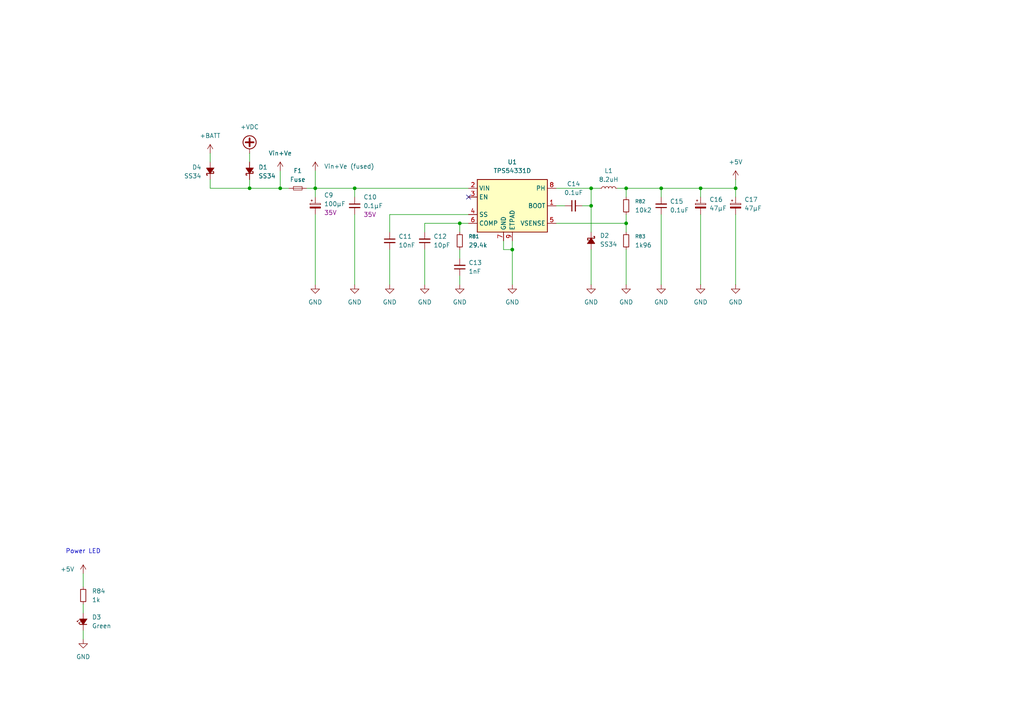
<source format=kicad_sch>
(kicad_sch (version 20250114) (generator "eeschema") (generator_version "9.0")
  (paper "A4")
  (lib_symbols
    (symbol "Device:C_Polarized_Small" (pin_numbers (hide yes)) (pin_names (offset 0.254) (hide yes))
      (property "Reference" "C" (at 0.254 1.778 0))
      (property "Value" "C_Polarized_Small" (at 0.254 -2.032 0))
      (symbol "C_Polarized_Small_0_1"
        (rectangle (start -1.524 0.6858) (end 1.524 0.3048))
        (rectangle (start -1.524 -0.3048) (end 1.524 -0.6858) (fill (type outline)))
        (polyline (pts (xy -1.27 1.524) (xy -0.762 1.524)))
        (polyline (pts (xy -1.016 1.27) (xy -1.016 1.778)))
      )
      (symbol "C_Polarized_Small_1_1"
        (pin passive line (at 0 2.54 270) (length 1.8542) (name "~") (number "1"))
        (pin passive line (at 0 -2.54 90) (length 1.8542) (name "~") (number "2"))
      )
    )
    (symbol "Device:C_Small" (pin_numbers (hide yes)) (pin_names (offset 0.254) (hide yes))
      (property "Reference" "C" (at 0.254 1.778 0))
      (property "Value" "C_Small" (at 0.254 -2.032 0))
      (symbol "C_Small_0_1"
        (polyline (pts (xy -1.524 0.508) (xy 1.524 0.508)) (stroke (width 0.3048)))
        (polyline (pts (xy -1.524 -0.508) (xy 1.524 -0.508)) (stroke (width 0.3302)))
      )
      (symbol "C_Small_1_1"
        (pin passive line (at 0 2.54 270) (length 2.032) (name "~") (number "1"))
        (pin passive line (at 0 -2.54 90) (length 2.032) (name "~") (number "2"))
      )
    )
    (symbol "Device:D_Schottky_Small_Filled" (pin_numbers (hide yes)) (pin_names (offset 0.254) (hide yes))
      (property "Reference" "D" (at -1.27 2.032 0))
      (property "Value" "D_Schottky_Small_Filled" (at -7.112 -2.032 0))
      (symbol "D_Schottky_Small_Filled_0_1"
        (polyline (pts (xy -1.27 0.762) (xy -1.27 1.016) (xy -0.762 1.016) (xy -0.762 -1.016) (xy -0.254 -1.016) (xy -0.254 -0.762)) (stroke (width 0.254)))
        (polyline (pts (xy -0.762 0) (xy 0.762 0)))
        (polyline (pts (xy 0.762 -1.016) (xy -0.762 0) (xy 0.762 1.016) (xy 0.762 -1.016)) (stroke (width 0.254)) (fill (type outline)))
      )
      (symbol "D_Schottky_Small_Filled_1_1"
        (pin passive line (at -2.54 0 0) (length 1.778) (name "K") (number "1"))
        (pin passive line (at 2.54 0 180) (length 1.778) (name "A") (number "2"))
      )
    )
    (symbol "Device:Fuse_Small" (pin_numbers (hide yes)) (pin_names (offset 0.254) (hide yes))
      (property "Reference" "F" (at 0 -1.524 0))
      (property "Value" "Fuse_Small" (at 0 1.524 0))
      (symbol "Fuse_Small_0_1"
        (rectangle (start -1.27 0.508) (end 1.27 -0.508))
        (polyline (pts (xy -1.27 0) (xy 1.27 0)))
      )
      (symbol "Fuse_Small_1_1"
        (pin passive line (at -2.54 0 0) (length 1.27) (name "~") (number "1"))
        (pin passive line (at 2.54 0 180) (length 1.27) (name "~") (number "2"))
      )
    )
    (symbol "Device:LED_Small_Filled" (pin_numbers (hide yes)) (pin_names (offset 0.254) (hide yes))
      (property "Reference" "D" (at -1.27 3.175 0))
      (property "Value" "LED_Small_Filled" (at -4.445 -2.54 0))
      (symbol "LED_Small_Filled_0_1"
        (polyline (pts (xy -0.762 -1.016) (xy -0.762 1.016)) (stroke (width 0.254)))
        (polyline (pts (xy 0 0.762) (xy -0.508 1.27) (xy -0.254 1.27) (xy -0.508 1.27) (xy -0.508 1.016)))
        (polyline (pts (xy 0.508 1.27) (xy 0 1.778) (xy 0.254 1.778) (xy 0 1.778) (xy 0 1.524)))
        (polyline (pts (xy 0.762 -1.016) (xy -0.762 0) (xy 0.762 1.016) (xy 0.762 -1.016)) (stroke (width 0.254)) (fill (type outline)))
        (polyline (pts (xy 1.016 0) (xy -0.762 0)))
      )
      (symbol "LED_Small_Filled_1_1"
        (pin passive line (at -2.54 0 0) (length 1.778) (name "K") (number "1"))
        (pin passive line (at 2.54 0 180) (length 1.778) (name "A") (number "2"))
      )
    )
    (symbol "Device:L_Small" (pin_numbers (hide yes)) (pin_names (offset 0.254) (hide yes))
      (property "Reference" "L" (at 0.762 1.016 0))
      (property "Value" "L_Small" (at 0.762 -1.016 0))
      (symbol "L_Small_0_1"
        (arc (start 0 2.032) (mid 0.5058 1.524) (end 0 1.016))
        (arc (start 0 1.016) (mid 0.5058 0.508) (end 0 0))
        (arc (start 0 0) (mid 0.5058 -0.508) (end 0 -1.016))
        (arc (start 0 -1.016) (mid 0.5058 -1.524) (end 0 -2.032))
      )
      (symbol "L_Small_1_1"
        (pin passive line (at 0 2.54 270) (length 0.508) (name "~") (number "1"))
        (pin passive line (at 0 -2.54 90) (length 0.508) (name "~") (number "2"))
      )
    )
    (symbol "Device:R_Small" (pin_numbers (hide yes)) (pin_names (offset 0.254) (hide yes))
      (property "Reference" "R" (at 0.762 0.508 0))
      (property "Value" "R_Small" (at 0.762 -1.016 0))
      (symbol "R_Small_0_1"
        (rectangle (start -0.762 1.778) (end 0.762 -1.778) (stroke (width 0.2032)))
      )
      (symbol "R_Small_1_1"
        (pin passive line (at 0 2.54 270) (length 0.762) (name "~") (number "1"))
        (pin passive line (at 0 -2.54 90) (length 0.762) (name "~") (number "2"))
      )
    )
    (symbol "R_Small_1" (pin_numbers (hide yes)) (pin_names (offset 0.254) (hide yes))
      (property "Reference" "R" (at 0 0 90))
      (property "Value" "R_Small" (at 1.778 0 90))
      (symbol "R_Small_1_0_1"
        (rectangle (start -0.762 1.778) (end 0.762 -1.778) (stroke (width 0.2032)))
      )
      (symbol "R_Small_1_1_1"
        (pin passive line (at 0 2.54 270) (length 0.762) (name "~") (number "1"))
        (pin passive line (at 0 -2.54 90) (length 0.762) (name "~") (number "2"))
      )
    )
    (symbol "Regulator_Switching:TPS54336ADDA"
      (property "Reference" "U1" (at 0 12.7 0))
      (property "Value" "TPS54331D" (at 0 10.16 0))
      (symbol "TPS54336ADDA_1_1"
        (rectangle (start -10.16 7.62) (end 10.16 -7.62) (stroke (width 0.254)) (fill (type background)))
        (pin power_in line (at -12.7 5.08 0) (length 2.54) (name "VIN") (number "2"))
        (pin input line (at -12.7 2.54 0) (length 2.54) (name "EN") (number "3"))
        (pin output line (at -12.7 -2.54 0) (length 2.54) (name "SS") (number "4"))
        (pin output line (at -12.7 -5.08 0) (length 2.54) (name "COMP") (number "6"))
        (pin power_in line (at -2.54 -10.16 90) (length 2.54) (name "GND") (number "7"))
        (pin power_in line (at 0 -10.16 90) (length 2.54) (name "ETPAD") (number "9"))
        (pin output line (at 12.7 5.08 180) (length 2.54) (name "PH") (number "8"))
        (pin output line (at 12.7 0 180) (length 2.54) (name "BOOT") (number "1"))
        (pin input line (at 12.7 -5.08 180) (length 2.54) (name "VSENSE") (number "5"))
      )
    )
    (symbol "power:+1V0" (power) (pin_numbers (hide yes)) (pin_names (offset 0) (hide yes))
      (property "Value" "+1V0" (at 0 3.556 0))
      (symbol "+1V0_0_1"
        (polyline (pts (xy -0.762 1.27) (xy 0 2.54)))
        (polyline (pts (xy 0 2.54) (xy 0.762 1.27)))
        (polyline (pts (xy 0 0) (xy 0 2.54)))
      )
      (symbol "+1V0_1_1"
        (pin power_in line (at 0 0 90) (length 0) (name "~") (number "1"))
      )
    )
    (symbol "power:+5V" (power) (pin_numbers (hide yes)) (pin_names (offset 0) (hide yes))
      (property "Value" "+5V" (at 0 3.556 0))
      (symbol "+5V_0_1"
        (polyline (pts (xy -0.762 1.27) (xy 0 2.54)))
        (polyline (pts (xy 0 2.54) (xy 0.762 1.27)))
        (polyline (pts (xy 0 0) (xy 0 2.54)))
      )
      (symbol "+5V_1_1"
        (pin power_in line (at 0 0 90) (length 0) (name "~") (number "1"))
      )
    )
    (symbol "power:+BATT" (power) (pin_numbers (hide yes)) (pin_names (offset 0) (hide yes))
      (property "Value" "+BATT" (at 0 3.556 0))
      (symbol "+BATT_0_1"
        (polyline (pts (xy -0.762 1.27) (xy 0 2.54)))
        (polyline (pts (xy 0 2.54) (xy 0.762 1.27)))
        (polyline (pts (xy 0 0) (xy 0 2.54)))
      )
      (symbol "+BATT_1_1"
        (pin power_in line (at 0 0 90) (length 0) (name "~") (number "1"))
      )
    )
    (symbol "power:+VDC" (power) (pin_numbers (hide yes)) (pin_names (offset 0) (hide yes))
      (property "Value" "+VDC" (at 0 6.35 0))
      (symbol "+VDC_0_1"
        (polyline (pts (xy -1.143 3.175) (xy 1.143 3.175)) (stroke (width 0.508)))
        (circle (center 0 3.175) (radius 1.905) (stroke (width 0.254)))
        (polyline (pts (xy 0 2.032) (xy 0 4.318)) (stroke (width 0.508)))
        (polyline (pts (xy 0 0) (xy 0 1.27)))
      )
      (symbol "+VDC_1_1"
        (pin power_in line (at 0 0 90) (length 0) (name "~") (number "1"))
      )
    )
    (symbol "power:GND" (power) (pin_numbers (hide yes)) (pin_names (offset 0) (hide yes))
      (property "Value" "GND" (at 0 -3.81 0))
      (symbol "GND_0_1"
        (polyline (pts (xy 0 0) (xy 0 -1.27) (xy 1.27 -1.27) (xy 0 -2.54) (xy -1.27 -1.27) (xy 0 -1.27)))
      )
      (symbol "GND_1_1"
        (pin power_in line (at 0 0 270) (length 0) (name "~") (number "1"))
      )
    )
  )
  (text "Power LED" (at 24.13 160.02 0) (effects (font (size 1.27 1.27))))
  (junction (at 133.35 64.77))
  (junction (at 181.61 54.61))
  (junction (at 181.61 64.77))
  (junction (at 171.45 54.61))
  (junction (at 81.28 54.61))
  (junction (at 203.2 54.61))
  (junction (at 171.45 59.69))
  (junction (at 91.44 54.61))
  (junction (at 213.36 54.61))
  (junction (at 102.87 54.61))
  (junction (at 191.77 54.61))
  (junction (at 148.59 72.39))
  (junction (at 72.39 54.61))
  (no_connect (at 135.89 57.15))
  (wire (pts (xy 213.36 52.07) (xy 213.36 54.61)))
  (wire (pts (xy 135.89 62.23) (xy 113.03 62.23)))
  (wire (pts (xy 91.44 54.61) (xy 91.44 57.15)))
  (wire (pts (xy 133.35 64.77) (xy 133.35 67.31)))
  (wire (pts (xy 148.59 82.55) (xy 148.59 72.39)))
  (wire (pts (xy 102.87 62.23) (xy 102.87 82.55)))
  (wire (pts (xy 24.13 175.26) (xy 24.13 177.8)))
  (wire (pts (xy 91.44 54.61) (xy 102.87 54.61)))
  (wire (pts (xy 181.61 57.15) (xy 181.61 54.61)))
  (wire (pts (xy 203.2 54.61) (xy 213.36 54.61)))
  (wire (pts (xy 81.28 54.61) (xy 83.82 54.61)))
  (wire (pts (xy 113.03 62.23) (xy 113.03 67.31)))
  (wire (pts (xy 181.61 72.39) (xy 181.61 82.55)))
  (wire (pts (xy 171.45 59.69) (xy 168.91 59.69)))
  (wire (pts (xy 171.45 59.69) (xy 171.45 67.31)))
  (wire (pts (xy 191.77 62.23) (xy 191.77 82.55)))
  (wire (pts (xy 123.19 64.77) (xy 133.35 64.77)))
  (wire (pts (xy 60.96 44.45) (xy 60.96 46.99)))
  (wire (pts (xy 135.89 64.77) (xy 133.35 64.77)))
  (wire (pts (xy 72.39 44.45) (xy 72.39 46.99)))
  (wire (pts (xy 191.77 54.61) (xy 181.61 54.61)))
  (wire (pts (xy 203.2 54.61) (xy 203.2 57.15)))
  (wire (pts (xy 179.07 54.61) (xy 181.61 54.61)))
  (wire (pts (xy 91.44 62.23) (xy 91.44 82.55)))
  (wire (pts (xy 146.05 69.85) (xy 146.05 72.39)))
  (wire (pts (xy 191.77 54.61) (xy 203.2 54.61)))
  (wire (pts (xy 181.61 64.77) (xy 181.61 62.23)))
  (wire (pts (xy 91.44 49.53) (xy 91.44 54.61)))
  (wire (pts (xy 60.96 52.07) (xy 60.96 54.61)))
  (wire (pts (xy 171.45 54.61) (xy 171.45 59.69)))
  (wire (pts (xy 72.39 54.61) (xy 81.28 54.61)))
  (wire (pts (xy 24.13 182.88) (xy 24.13 185.42)))
  (wire (pts (xy 81.28 49.53) (xy 81.28 54.61)))
  (wire (pts (xy 181.61 64.77) (xy 181.61 67.31)))
  (wire (pts (xy 133.35 80.01) (xy 133.35 82.55)))
  (wire (pts (xy 161.29 54.61) (xy 171.45 54.61)))
  (wire (pts (xy 171.45 54.61) (xy 173.99 54.61)))
  (wire (pts (xy 24.13 166.37) (xy 24.13 170.18)))
  (wire (pts (xy 148.59 69.85) (xy 148.59 72.39)))
  (wire (pts (xy 171.45 72.39) (xy 171.45 82.55)))
  (wire (pts (xy 102.87 57.15) (xy 102.87 54.61)))
  (wire (pts (xy 113.03 72.39) (xy 113.03 82.55)))
  (wire (pts (xy 203.2 62.23) (xy 203.2 82.55)))
  (wire (pts (xy 213.36 62.23) (xy 213.36 82.55)))
  (wire (pts (xy 146.05 72.39) (xy 148.59 72.39)))
  (wire (pts (xy 72.39 52.07) (xy 72.39 54.61)))
  (wire (pts (xy 123.19 72.39) (xy 123.19 82.55)))
  (wire (pts (xy 133.35 72.39) (xy 133.35 74.93)))
  (wire (pts (xy 123.19 67.31) (xy 123.19 64.77)))
  (wire (pts (xy 213.36 57.15) (xy 213.36 54.61)))
  (wire (pts (xy 161.29 64.77) (xy 181.61 64.77)))
  (wire (pts (xy 191.77 57.15) (xy 191.77 54.61)))
  (wire (pts (xy 163.83 59.69) (xy 161.29 59.69)))
  (wire (pts (xy 102.87 54.61) (xy 135.89 54.61)))
  (wire (pts (xy 88.9 54.61) (xy 91.44 54.61)))
  (wire (pts (xy 60.96 54.61) (xy 72.39 54.61)))
  (symbol (lib_id "Device:C_Polarized_Small") (at 91.44 59.69 0) (unit 1)
    (property "Reference" "C9" (at 93.98 56.6038 0) (effects (justify left)))
    (property "Value" "100μF" (at 93.98 59.1438 0) (effects (justify left)))
    (property "Footprint" "Capacitor_SMD:CP_Elec_5x5.9" (effects (hide yes)))
    (property "Description" "Polarized capacitor, small symbol" (effects (hide yes)))
    (property "Voltage" "35V" (at 93.98 61.6838 0) (effects (justify left)))
    (property "Farnell" "2690258" (effects (hide yes)))
  )
  (symbol (lib_id "Device:C_Small") (at 102.87 59.69 0) (unit 1)
    (property "Reference" "C10" (at 105.41 57.1562 0) (effects (justify left)))
    (property "Value" "0.1μF" (at 105.41 59.6962 0) (effects (justify left)))
    (property "Footprint" "Capacitor_SMD:C_0805_2012Metric_Pad1.18x1.45mm_HandSolder" (effects (hide yes)))
    (property "Description" "Unpolarized capacitor, small symbol" (effects (hide yes)))
    (property "Voltage" "35V" (at 105.41 62.2362 0) (effects (justify left)))
    (property "Farnell" "2773206" (effects (hide yes)))
  )
  (symbol (lib_id "Device:D_Schottky_Small_Filled") (at 60.96 49.53 90) (unit 1)
    (property "Reference" "D4" (at 58.42 48.5139 90) (effects (justify left)))
    (property "Value" "SS34" (at 58.42 51.0539 90) (effects (justify left)))
    (property "Footprint" "Diode_SMD:D_SMA_Handsoldering" (effects (hide yes)))
    (property "Datasheet" "http://www.farnell.com/datasheets/2861409.pdf" (effects (hide yes)))
    (property "Description" "Schottky diode, small symbol, filled shape" (effects (hide yes)))
    (property "farnell" "2675144" (effects (hide yes)))
  )
  (symbol (lib_name "R_Small_1") (lib_id "Device:R_Small") (at 181.61 59.69 0) (unit 1)
    (property "Reference" "R82" (at 184.15 58.4199 0) (effects (font (size 1.016 1.016)) (justify left)))
    (property "Value" "10k2" (at 184.15 60.9599 0) (effects (justify left)))
    (property "Footprint" "Resistor_SMD:R_0805_2012Metric_Pad1.20x1.40mm_HandSolder" (effects (hide yes)))
    (property "Description" "Resistor, small symbol" (effects (hide yes)))
  )
  (symbol (lib_id "power:+5V") (at 24.13 166.37 0) (unit 1)
    (property "Reference" "#PWR0141" (effects (hide yes)))
    (property "Value" "+5V" (at 21.59 165.0999 0) (effects (justify right)))
    (property "Description" "Power symbol creates a global label with name \"+5V\"" (effects (hide yes)))
  )
  (symbol (lib_id "power:+1V0") (at 81.28 49.53 0) (unit 1)
    (property "Reference" "#PWR0124" (effects (hide yes)))
    (property "Value" "Vin+Ve" (at 81.28 44.45 0))
    (property "Description" "Power symbol creates a global label with name \"+1V0\"" (effects (hide yes)))
  )
  (symbol (lib_id "power:GND") (at 213.36 82.55 0) (unit 1)
    (property "Reference" "#PWR0140" (effects (hide yes)))
    (property "Value" "GND" (at 213.36 87.63 0))
    (property "Description" "Power symbol creates a global label with name \"GND\" , ground" (effects (hide yes)))
  )
  (symbol (lib_name "R_Small_1") (lib_id "Device:R_Small") (at 181.61 69.85 0) (unit 1)
    (property "Reference" "R83" (at 184.15 68.5799 0) (effects (font (size 1.016 1.016)) (justify left)))
    (property "Value" "1k96" (at 184.15 71.1199 0) (effects (justify left)))
    (property "Footprint" "Resistor_SMD:R_0805_2012Metric_Pad1.20x1.40mm_HandSolder" (effects (hide yes)))
    (property "Description" "Resistor, small symbol" (effects (hide yes)))
  )
  (symbol (lib_id "power:GND") (at 24.13 185.42 0) (unit 1)
    (property "Reference" "#PWR0142" (effects (hide yes)))
    (property "Value" "GND" (at 24.13 190.5 0))
    (property "Description" "Power symbol creates a global label with name \"GND\" , ground" (effects (hide yes)))
  )
  (symbol (lib_id "power:GND") (at 171.45 82.55 0) (unit 1)
    (property "Reference" "#PWR0135" (effects (hide yes)))
    (property "Value" "GND" (at 171.45 87.63 0))
    (property "Description" "Power symbol creates a global label with name \"GND\" , ground" (effects (hide yes)))
  )
  (symbol (lib_id "Device:C_Small") (at 166.37 59.69 90) (unit 1)
    (property "Reference" "C14" (at 166.3763 53.34 90))
    (property "Value" "0.1uF" (at 166.3763 55.88 90))
    (property "Footprint" "Capacitor_SMD:C_0805_2012Metric_Pad1.18x1.45mm_HandSolder" (effects (hide yes)))
    (property "Description" "Unpolarized capacitor, small symbol" (effects (hide yes)))
  )
  (symbol (lib_id "Device:C_Small") (at 113.03 69.85 0) (unit 1)
    (property "Reference" "C11" (at 115.57 68.5862 0) (effects (justify left)))
    (property "Value" "10nF" (at 115.57 71.1262 0) (effects (justify left)))
    (property "Footprint" "Capacitor_SMD:C_0805_2012Metric_Pad1.18x1.45mm_HandSolder" (effects (hide yes)))
    (property "Description" "Unpolarized capacitor, small symbol" (effects (hide yes)))
  )
  (symbol (lib_id "Device:C_Small") (at 191.77 59.69 180) (unit 1)
    (property "Reference" "C15" (at 194.31 58.4135 0) (effects (justify right)))
    (property "Value" "0.1uF" (at 194.31 60.9535 0) (effects (justify right)))
    (property "Footprint" "Capacitor_SMD:C_0805_2012Metric_Pad1.18x1.45mm_HandSolder" (effects (hide yes)))
    (property "Description" "Unpolarized capacitor, small symbol" (effects (hide yes)))
  )
  (symbol (lib_id "power:GND") (at 91.44 82.55 0) (unit 1)
    (property "Reference" "#PWR0130" (effects (hide yes)))
    (property "Value" "GND" (at 91.44 87.63 0))
    (property "Description" "Power symbol creates a global label with name \"GND\" , ground" (effects (hide yes)))
  )
  (symbol (lib_id "power:GND") (at 123.19 82.55 0) (unit 1)
    (property "Reference" "#PWR0133" (effects (hide yes)))
    (property "Value" "GND" (at 123.19 87.63 0))
    (property "Description" "Power symbol creates a global label with name \"GND\" , ground" (effects (hide yes)))
  )
  (symbol (lib_id "power:GND") (at 181.61 82.55 0) (unit 1)
    (property "Reference" "#PWR0136" (effects (hide yes)))
    (property "Value" "GND" (at 181.61 87.63 0))
    (property "Description" "Power symbol creates a global label with name \"GND\" , ground" (effects (hide yes)))
  )
  (symbol (lib_id "power:+VDC") (at 72.39 44.45 0) (unit 1)
    (property "Reference" "#PWR0123" (effects (hide yes)))
    (property "Value" "+VDC" (at 72.39 36.83 0))
    (property "Description" "Power symbol creates a global label with name \"+VDC\"" (effects (hide yes)))
  )
  (symbol (lib_id "power:GND") (at 148.59 82.55 0) (unit 1)
    (property "Reference" "#PWR0143" (effects (hide yes)))
    (property "Value" "GND" (at 148.59 87.63 0))
    (property "Description" "Power symbol creates a global label with name \"GND\" , ground" (effects (hide yes)))
  )
  (symbol (lib_id "Device:Fuse_Small") (at 86.36 54.61 180) (unit 1)
    (property "Reference" "F1" (at 86.36 49.53 0))
    (property "Value" "Fuse" (at 86.36 52.07 0))
    (property "Footprint" "Fuse:Fuse_2010_5025Metric_Pad1.52x2.65mm_HandSolder" (effects (hide yes)))
    (property "Description" "Fuse, small symbol" (effects (hide yes)))
  )
  (symbol (lib_id "power:GND") (at 203.2 82.55 0) (unit 1)
    (property "Reference" "#PWR0138" (effects (hide yes)))
    (property "Value" "GND" (at 203.2 87.63 0))
    (property "Description" "Power symbol creates a global label with name \"GND\" , ground" (effects (hide yes)))
  )
  (symbol (lib_id "Device:D_Schottky_Small_Filled") (at 171.45 69.85 270) (unit 1)
    (property "Reference" "D2" (at 173.99 68.3259 90) (effects (justify left)))
    (property "Value" "SS34" (at 173.99 70.8659 90) (effects (justify left)))
    (property "Footprint" "Diode_SMD:D_SMA_Handsoldering" (effects (hide yes)))
    (property "Description" "Schottky diode, small symbol, filled shape" (effects (hide yes)))
    (property "farnell" "2675144" (effects (hide yes)))
  )
  (symbol (lib_id "Device:C_Polarized_Small") (at 203.2 59.69 0) (unit 1)
    (property "Reference" "C16" (at 205.74 57.8738 0) (effects (justify left)))
    (property "Value" "47μF" (at 205.74 60.4138 0) (effects (justify left)))
    (property "Footprint" "Capacitor_SMD:CP_Elec_5x5.9" (effects (hide yes)))
    (property "Description" "Polarized capacitor, small symbol" (effects (hide yes)))
  )
  (symbol (lib_id "Device:L_Small") (at 176.53 54.61 90) (unit 1)
    (property "Reference" "L1" (at 176.53 49.53 90))
    (property "Value" "8.2uH" (at 176.53 52.07 90))
    (property "Description" "Inductor, small symbol" (effects (hide yes)))
    (property "Farnell" "2709611" (effects (hide yes)))
  )
  (symbol (lib_id "Device:C_Small") (at 123.19 69.85 180) (unit 1)
    (property "Reference" "C12" (at 125.73 68.5735 0) (effects (justify right)))
    (property "Value" "10pF" (at 125.73 71.1135 0) (effects (justify right)))
    (property "Footprint" "Capacitor_SMD:C_0805_2012Metric_Pad1.18x1.45mm_HandSolder" (effects (hide yes)))
    (property "Description" "Unpolarized capacitor, small symbol" (effects (hide yes)))
  )
  (symbol (lib_id "power:GND") (at 113.03 82.55 0) (unit 1)
    (property "Reference" "#PWR0132" (effects (hide yes)))
    (property "Value" "GND" (at 113.03 87.63 0))
    (property "Description" "Power symbol creates a global label with name \"GND\" , ground" (effects (hide yes)))
  )
  (symbol (lib_id "power:GND") (at 133.35 82.55 0) (unit 1)
    (property "Reference" "#PWR0134" (effects (hide yes)))
    (property "Value" "GND" (at 133.35 87.63 0))
    (property "Description" "Power symbol creates a global label with name \"GND\" , ground" (effects (hide yes)))
  )
  (symbol (lib_id "Device:LED_Small_Filled") (at 24.13 180.34 90) (unit 1)
    (property "Reference" "D3" (at 26.67 179.0064 90) (effects (justify right)))
    (property "Value" "Green" (at 26.67 181.5464 90) (effects (justify right)))
    (property "Footprint" "Diode_SMD:D_0805_2012Metric_Pad1.15x1.40mm_HandSolder" (effects (hide yes)))
    (property "Description" "Light emitting diode, small symbol, filled shape" (effects (hide yes)))
  )
  (symbol (lib_id "Device:C_Polarized_Small") (at 213.36 59.69 0) (unit 1)
    (property "Reference" "C17" (at 215.9 57.8738 0) (effects (justify left)))
    (property "Value" "47μF" (at 215.9 60.4138 0) (effects (justify left)))
    (property "Footprint" "Capacitor_SMD:CP_Elec_5x5.9" (effects (hide yes)))
    (property "Description" "Polarized capacitor, small symbol" (effects (hide yes)))
  )
  (symbol (lib_id "power:GND") (at 102.87 82.55 0) (unit 1)
    (property "Reference" "#PWR0131" (effects (hide yes)))
    (property "Value" "GND" (at 102.87 87.63 0))
    (property "Description" "Power symbol creates a global label with name \"GND\" , ground" (effects (hide yes)))
  )
  (symbol (lib_id "Device:C_Small") (at 133.35 77.47 180) (unit 1)
    (property "Reference" "C13" (at 135.89 76.1935 0) (effects (justify right)))
    (property "Value" "1nF" (at 135.89 78.7335 0) (effects (justify right)))
    (property "Footprint" "Capacitor_SMD:C_0805_2012Metric_Pad1.18x1.45mm_HandSolder" (effects (hide yes)))
    (property "Description" "Unpolarized capacitor, small symbol" (effects (hide yes)))
  )
  (symbol (lib_id "power:+5V") (at 213.36 52.07 0) (unit 1)
    (property "Reference" "#PWR0139" (effects (hide yes)))
    (property "Value" "+5V" (at 213.36 46.99 0))
    (property "Description" "Power symbol creates a global label with name \"+5V\"" (effects (hide yes)))
  )
  (symbol (lib_id "power:GND") (at 191.77 82.55 0) (unit 1)
    (property "Reference" "#PWR0137" (effects (hide yes)))
    (property "Value" "GND" (at 191.77 87.63 0))
    (property "Description" "Power symbol creates a global label with name \"GND\" , ground" (effects (hide yes)))
  )
  (symbol (lib_id "power:+BATT") (at 60.96 44.45 0) (unit 1)
    (property "Reference" "#PWR06" (effects (hide yes)))
    (property "Value" "+BATT" (at 60.96 39.37 0))
    (property "Description" "Power symbol creates a global label with name \"+BATT\"" (effects (hide yes)))
  )
  (symbol (lib_id "Regulator_Switching:TPS54336ADDA") (at 148.59 59.69 0) (unit 1)
    (property "Reference" "U1" (at 148.59 46.99 0))
    (property "Value" "TPS54331D" (at 148.59 49.53 0))
    (property "Footprint" "Package_SO:TI_SO-PowerPAD-8_ThermalVias" (effects (hide yes)))
    (property "Datasheet" "https://www.ti.com/lit/ds/symlink/tps54331.pdf" (effects (hide yes)))
    (property "Description" "4.5V to 28V Input, 3A, Synchronous Step-Down Converter with Eco-mode(tm)" (effects (hide yes)))
    (property "RS" "661-8521" (effects (hide yes)))
  )
  (symbol (lib_id "power:+1V0") (at 91.44 49.53 0) (unit 1)
    (property "Reference" "#PWR0129" (effects (hide yes)))
    (property "Value" "Vin+Ve (fused)" (at 93.98 48.2599 0) (effects (justify left)))
    (property "Description" "Power symbol creates a global label with name \"+1V0\"" (effects (hide yes)))
  )
  (symbol (lib_name "R_Small_1") (lib_id "Device:R_Small") (at 133.35 69.85 0) (unit 1)
    (property "Reference" "R81" (at 135.89 68.5799 0) (effects (font (size 1.016 1.016)) (justify left)))
    (property "Value" "29.4k" (at 135.89 71.1199 0) (effects (justify left)))
    (property "Footprint" "Resistor_SMD:R_0805_2012Metric_Pad1.20x1.40mm_HandSolder" (effects (hide yes)))
    (property "Description" "Resistor, small symbol" (effects (hide yes)))
  )
  (symbol (lib_id "Device:D_Schottky_Small_Filled") (at 72.39 49.53 90) (unit 1)
    (property "Reference" "D1" (at 74.93 48.5139 90) (effects (justify right)))
    (property "Value" "SS34" (at 74.93 51.0539 90) (effects (justify right)))
    (property "Footprint" "Diode_SMD:D_SMA_Handsoldering" (effects (hide yes)))
    (property "Datasheet" "http://www.farnell.com/datasheets/2861409.pdf" (effects (hide yes)))
    (property "Description" "Schottky diode, small symbol, filled shape" (effects (hide yes)))
    (property "farnell" "2675144" (effects (hide yes)))
  )
  (symbol (lib_id "Device:R_Small") (at 24.13 172.72 180) (unit 1)
    (property "Reference" "R84" (at 26.67 171.4499 0) (effects (justify right)))
    (property "Value" "1k" (at 26.67 173.9899 0) (effects (justify right)))
    (property "Footprint" "Resistor_SMD:R_0805_2012Metric_Pad1.20x1.40mm_HandSolder" (effects (hide yes)))
    (property "Description" "Resistor, small symbol" (effects (hide yes)))
  )
)
</source>
